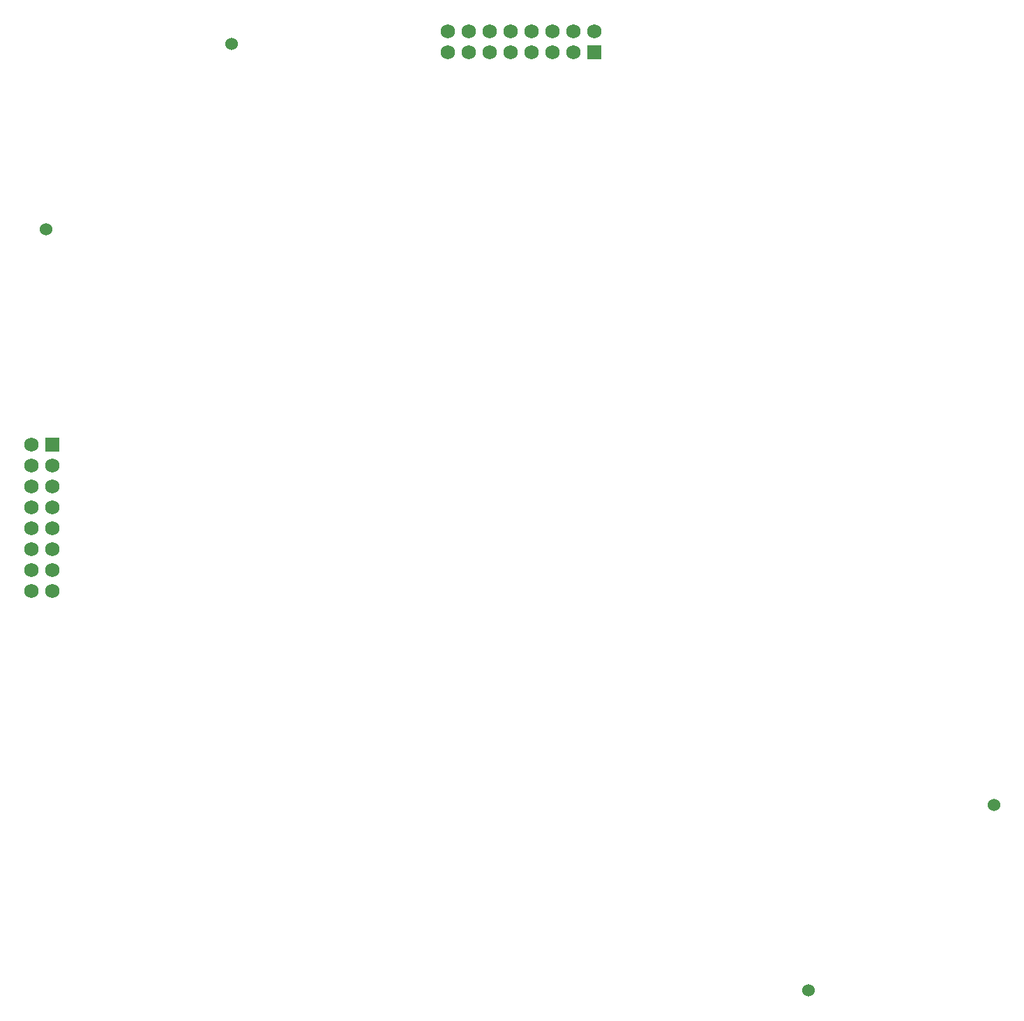
<source format=gbr>
%TF.GenerationSoftware,Altium Limited,Altium Designer,19.1.6 (110)*%
G04 Layer_Color=255*
%FSLAX43Y43*%
%MOMM*%
%TF.FileFunction,Pads,Bot*%
%TF.Part,Single*%
G01*
G75*
%TA.AperFunction,WasherPad*%
%ADD12C,1.524*%
%TA.AperFunction,ComponentPad*%
%ADD13R,1.750X1.750*%
%ADD14C,1.750*%
%ADD15R,1.750X1.750*%
D12*
X-7500Y85000D02*
D03*
X15000Y107500D02*
D03*
X107500Y15000D02*
D03*
X85000Y-7500D02*
D03*
D13*
X-6750Y58800D02*
D03*
D14*
X-9290Y56260D02*
D03*
Y53720D02*
D03*
Y51180D02*
D03*
Y48640D02*
D03*
Y46100D02*
D03*
Y43560D02*
D03*
Y41020D02*
D03*
X-6750Y43560D02*
D03*
Y53720D02*
D03*
X-9290Y58800D02*
D03*
X-6750Y41020D02*
D03*
Y46100D02*
D03*
Y48640D02*
D03*
Y51180D02*
D03*
Y56260D02*
D03*
X56440Y106500D02*
D03*
X51360D02*
D03*
X48820D02*
D03*
X46280D02*
D03*
X41200D02*
D03*
X58980Y109040D02*
D03*
X53900Y106500D02*
D03*
X43740D02*
D03*
X41200Y109040D02*
D03*
X43740D02*
D03*
X46280D02*
D03*
X48820D02*
D03*
X51360D02*
D03*
X53900D02*
D03*
X56440D02*
D03*
D15*
X58980Y106500D02*
D03*
%TF.MD5,b115a617600f06898d25b299af39ae1b*%
M02*

</source>
